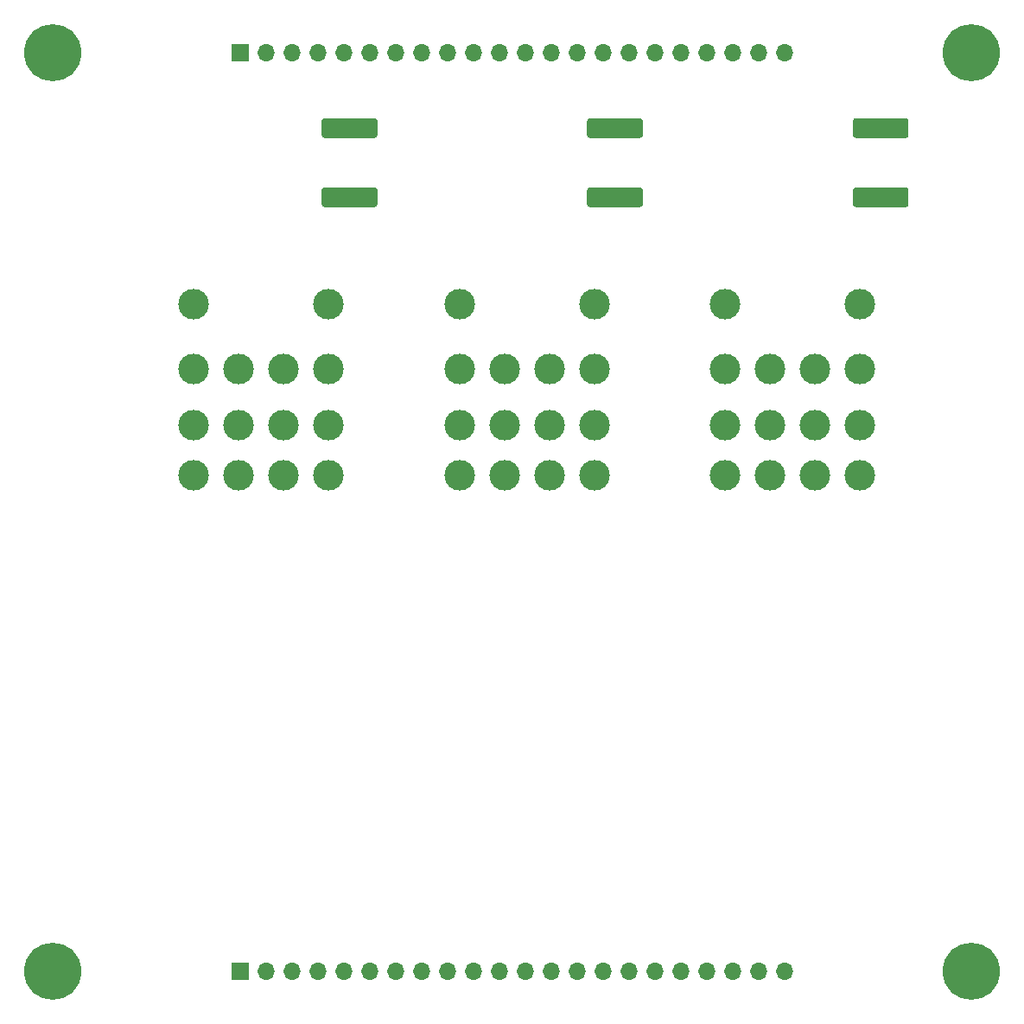
<source format=gbr>
%TF.GenerationSoftware,KiCad,Pcbnew,(5.1.9)-1*%
%TF.CreationDate,2021-11-07T00:19:35+01:00*%
%TF.ProjectId,RelayBoard,52656c61-7942-46f6-9172-642e6b696361,Version 1 *%
%TF.SameCoordinates,Original*%
%TF.FileFunction,Soldermask,Bot*%
%TF.FilePolarity,Negative*%
%FSLAX46Y46*%
G04 Gerber Fmt 4.6, Leading zero omitted, Abs format (unit mm)*
G04 Created by KiCad (PCBNEW (5.1.9)-1) date 2021-11-07 00:19:35*
%MOMM*%
%LPD*%
G01*
G04 APERTURE LIST*
%ADD10C,5.600000*%
%ADD11R,1.700000X1.700000*%
%ADD12O,1.700000X1.700000*%
%ADD13C,3.000000*%
G04 APERTURE END LIST*
%TO.C,F1*%
G36*
G01*
X96850002Y-108565000D02*
X91900000Y-108565000D01*
G75*
G02*
X91650001Y-108315001I0J249999D01*
G01*
X91650001Y-106889999D01*
G75*
G02*
X91900000Y-106640000I249999J0D01*
G01*
X96850002Y-106640000D01*
G75*
G02*
X97100001Y-106889999I0J-249999D01*
G01*
X97100001Y-108315001D01*
G75*
G02*
X96850002Y-108565000I-249999J0D01*
G01*
G37*
G36*
G01*
X96850002Y-115340000D02*
X91900000Y-115340000D01*
G75*
G02*
X91650001Y-115090001I0J249999D01*
G01*
X91650001Y-113664999D01*
G75*
G02*
X91900000Y-113415000I249999J0D01*
G01*
X96850002Y-113415000D01*
G75*
G02*
X97100001Y-113664999I0J-249999D01*
G01*
X97100001Y-115090001D01*
G75*
G02*
X96850002Y-115340000I-249999J0D01*
G01*
G37*
%TD*%
%TO.C,F3*%
G36*
G01*
X148895001Y-115340000D02*
X143944999Y-115340000D01*
G75*
G02*
X143695000Y-115090001I0J249999D01*
G01*
X143695000Y-113664999D01*
G75*
G02*
X143944999Y-113415000I249999J0D01*
G01*
X148895001Y-113415000D01*
G75*
G02*
X149145000Y-113664999I0J-249999D01*
G01*
X149145000Y-115090001D01*
G75*
G02*
X148895001Y-115340000I-249999J0D01*
G01*
G37*
G36*
G01*
X148895001Y-108565000D02*
X143944999Y-108565000D01*
G75*
G02*
X143695000Y-108315001I0J249999D01*
G01*
X143695000Y-106889999D01*
G75*
G02*
X143944999Y-106640000I249999J0D01*
G01*
X148895001Y-106640000D01*
G75*
G02*
X149145000Y-106889999I0J-249999D01*
G01*
X149145000Y-108315001D01*
G75*
G02*
X148895001Y-108565000I-249999J0D01*
G01*
G37*
%TD*%
%TO.C,F2*%
G36*
G01*
X122860001Y-115340000D02*
X117909999Y-115340000D01*
G75*
G02*
X117660000Y-115090001I0J249999D01*
G01*
X117660000Y-113664999D01*
G75*
G02*
X117909999Y-113415000I249999J0D01*
G01*
X122860001Y-113415000D01*
G75*
G02*
X123110000Y-113664999I0J-249999D01*
G01*
X123110000Y-115090001D01*
G75*
G02*
X122860001Y-115340000I-249999J0D01*
G01*
G37*
G36*
G01*
X122860001Y-108565000D02*
X117909999Y-108565000D01*
G75*
G02*
X117660000Y-108315001I0J249999D01*
G01*
X117660000Y-106889999D01*
G75*
G02*
X117909999Y-106640000I249999J0D01*
G01*
X122860001Y-106640000D01*
G75*
G02*
X123110000Y-106889999I0J-249999D01*
G01*
X123110000Y-108315001D01*
G75*
G02*
X122860001Y-108565000I-249999J0D01*
G01*
G37*
%TD*%
D10*
%TO.C,H1*%
X155320000Y-100190000D03*
%TD*%
%TO.C,H2*%
X65320000Y-190190000D03*
%TD*%
%TO.C,H3*%
X65320000Y-100190000D03*
%TD*%
%TO.C,H4*%
X155320000Y-190190000D03*
%TD*%
D11*
%TO.C,1*%
X83665000Y-100215000D03*
D12*
X86205000Y-100215000D03*
X88745000Y-100215000D03*
X91285000Y-100215000D03*
X93825000Y-100215000D03*
X96365000Y-100215000D03*
X98905000Y-100215000D03*
X101445000Y-100215000D03*
X103985000Y-100215000D03*
X106525000Y-100215000D03*
X109065000Y-100215000D03*
X111605000Y-100215000D03*
X114145000Y-100215000D03*
X116685000Y-100215000D03*
X119225000Y-100215000D03*
X121765000Y-100215000D03*
X124305000Y-100215000D03*
X126845000Y-100215000D03*
X129385000Y-100215000D03*
X131925000Y-100215000D03*
X134465000Y-100215000D03*
X137005000Y-100215000D03*
%TD*%
%TO.C,44*%
X137005000Y-190215000D03*
X134465000Y-190215000D03*
X131925000Y-190215000D03*
X129385000Y-190215000D03*
X126845000Y-190215000D03*
X124305000Y-190215000D03*
X121765000Y-190215000D03*
X119225000Y-190215000D03*
X116685000Y-190215000D03*
X114145000Y-190215000D03*
X111605000Y-190215000D03*
X109065000Y-190215000D03*
X106525000Y-190215000D03*
X103985000Y-190215000D03*
X101445000Y-190215000D03*
X98905000Y-190215000D03*
X96365000Y-190215000D03*
X93825000Y-190215000D03*
X91285000Y-190215000D03*
X88745000Y-190215000D03*
X86205000Y-190215000D03*
D11*
X83665000Y-190215000D03*
%TD*%
D13*
%TO.C,K1*%
X79130001Y-141640001D03*
X83530001Y-141640001D03*
X87930001Y-141640001D03*
X92330001Y-141640001D03*
X79130001Y-136740001D03*
X83530001Y-136740001D03*
X87930001Y-136740001D03*
X92330001Y-136740001D03*
X79130001Y-131240001D03*
X83530001Y-131240001D03*
X87930001Y-131240001D03*
X92330001Y-131240001D03*
X79130001Y-124890001D03*
X92330001Y-124890001D03*
%TD*%
%TO.C,K3*%
X144350000Y-124890001D03*
X131150000Y-124890001D03*
X144350000Y-131240001D03*
X139950000Y-131240001D03*
X135550000Y-131240001D03*
X131150000Y-131240001D03*
X144350000Y-136740001D03*
X139950000Y-136740001D03*
X135550000Y-136740001D03*
X131150000Y-136740001D03*
X144350000Y-141640001D03*
X139950000Y-141640001D03*
X135550000Y-141640001D03*
X131150000Y-141640001D03*
%TD*%
%TO.C,K2*%
X105140000Y-141640001D03*
X109540000Y-141640001D03*
X113940000Y-141640001D03*
X118340000Y-141640001D03*
X105140000Y-136740001D03*
X109540000Y-136740001D03*
X113940000Y-136740001D03*
X118340000Y-136740001D03*
X105140000Y-131240001D03*
X109540000Y-131240001D03*
X113940000Y-131240001D03*
X118340000Y-131240001D03*
X105140000Y-124890001D03*
X118340000Y-124890001D03*
%TD*%
M02*

</source>
